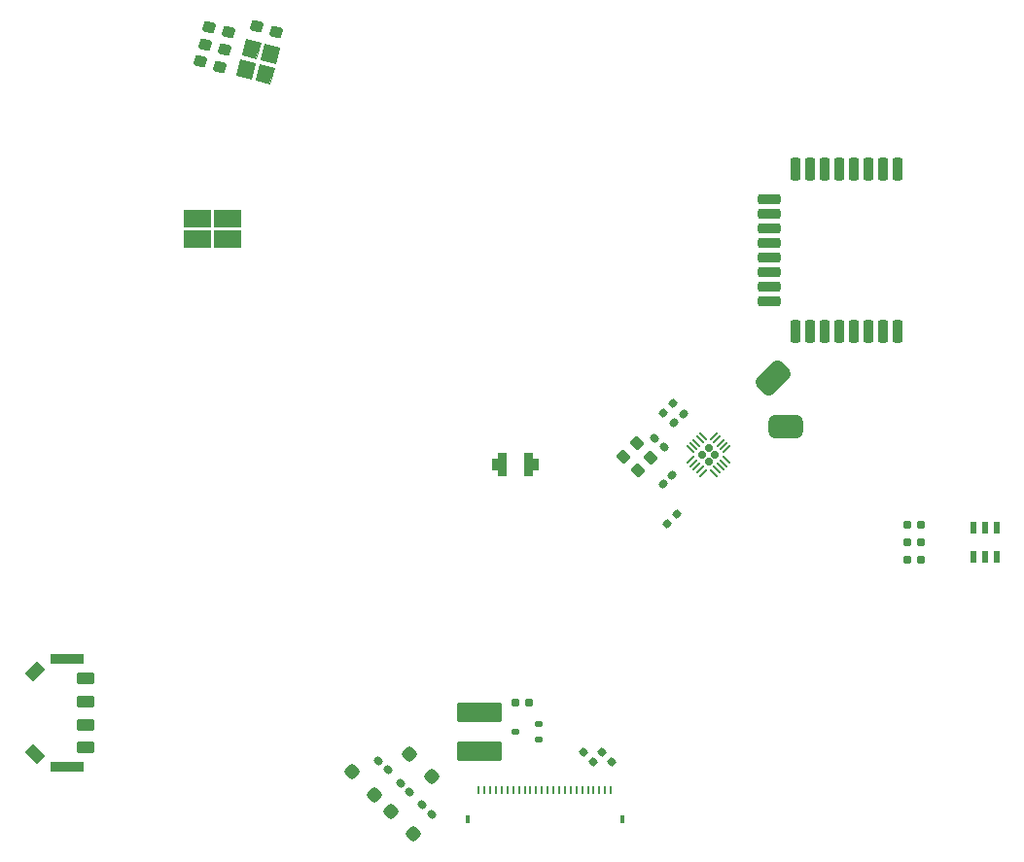
<source format=gbr>
%TF.GenerationSoftware,KiCad,Pcbnew,8.0.6-hq-2-g3d73d9976a*%
%TF.CreationDate,2024-12-23T23:06:41+08:00*%
%TF.ProjectId,DemoBoard_SensorForTemp&Rh_IntegratedWithMCU,44656d6f-426f-4617-9264-5f53656e736f,rev?*%
%TF.SameCoordinates,Original*%
%TF.FileFunction,Paste,Top*%
%TF.FilePolarity,Positive*%
%FSLAX46Y46*%
G04 Gerber Fmt 4.6, Leading zero omitted, Abs format (unit mm)*
G04 Created by KiCad (PCBNEW 8.0.6-hq-2-g3d73d9976a) date 2024-12-23 23:06:41*
%MOMM*%
%LPD*%
G01*
G04 APERTURE LIST*
G04 Aperture macros list*
%AMRoundRect*
0 Rectangle with rounded corners*
0 $1 Rounding radius*
0 $2 $3 $4 $5 $6 $7 $8 $9 X,Y pos of 4 corners*
0 Add a 4 corners polygon primitive as box body*
4,1,4,$2,$3,$4,$5,$6,$7,$8,$9,$2,$3,0*
0 Add four circle primitives for the rounded corners*
1,1,$1+$1,$2,$3*
1,1,$1+$1,$4,$5*
1,1,$1+$1,$6,$7*
1,1,$1+$1,$8,$9*
0 Add four rect primitives between the rounded corners*
20,1,$1+$1,$2,$3,$4,$5,0*
20,1,$1+$1,$4,$5,$6,$7,0*
20,1,$1+$1,$6,$7,$8,$9,0*
20,1,$1+$1,$8,$9,$2,$3,0*%
%AMRotRect*
0 Rectangle, with rotation*
0 The origin of the aperture is its center*
0 $1 length*
0 $2 width*
0 $3 Rotation angle, in degrees counterclockwise*
0 Add horizontal line*
21,1,$1,$2,0,0,$3*%
%AMFreePoly0*
4,1,21,0.335355,1.035355,0.350000,1.000000,0.350000,-1.000000,0.335355,-1.035355,0.300000,-1.050000,-0.400000,-1.050000,-0.435355,-1.035355,-0.450000,-1.000000,-0.450000,-0.550000,-0.900000,-0.550000,-0.935355,-0.535355,-0.950000,-0.500000,-0.950000,0.500000,-0.935355,0.535355,-0.900000,0.550000,-0.450000,0.550000,-0.450000,1.000000,-0.435355,1.035355,-0.400000,1.050000,0.300000,1.050000,
0.335355,1.035355,0.335355,1.035355,$1*%
G04 Aperture macros list end*
%ADD10C,0.100000*%
%ADD11RoundRect,0.155000X0.212500X0.155000X-0.212500X0.155000X-0.212500X-0.155000X0.212500X-0.155000X0*%
%ADD12RoundRect,0.155000X0.040659X0.259862X-0.259862X-0.040659X-0.040659X-0.259862X0.259862X0.040659X0*%
%ADD13RoundRect,0.237500X0.371231X-0.035355X-0.035355X0.371231X-0.371231X0.035355X0.035355X-0.371231X0*%
%ADD14RoundRect,0.155000X0.259862X-0.040659X-0.040659X0.259862X-0.259862X0.040659X0.040659X-0.259862X0*%
%ADD15RoundRect,0.108108X-1.116892X0.691892X-1.116892X-0.691892X1.116892X-0.691892X1.116892X0.691892X0*%
%ADD16RoundRect,0.155000X-0.259862X0.040659X0.040659X-0.259862X0.259862X-0.040659X-0.040659X0.259862X0*%
%ADD17RoundRect,0.112500X0.237500X-0.112500X0.237500X0.112500X-0.237500X0.112500X-0.237500X-0.112500X0*%
%ADD18RoundRect,0.250000X-0.424264X0.000000X0.000000X-0.424264X0.424264X0.000000X0.000000X0.424264X0*%
%ADD19RoundRect,0.160000X-0.197500X-0.160000X0.197500X-0.160000X0.197500X0.160000X-0.197500X0.160000X0*%
%ADD20RoundRect,0.160000X-0.026517X-0.252791X0.252791X0.026517X0.026517X0.252791X-0.252791X-0.026517X0*%
%ADD21RoundRect,0.197727X-1.752273X0.672273X-1.752273X-0.672273X1.752273X-0.672273X1.752273X0.672273X0*%
%ADD22RoundRect,0.500000X-0.353553X-1.060660X1.060660X0.353553X0.353553X1.060660X-1.060660X-0.353553X0*%
%ADD23RoundRect,0.237500X0.339173X0.154997X-0.216234X0.303818X-0.339173X-0.154997X0.216234X-0.303818X0*%
%ADD24RoundRect,0.160000X-0.252791X0.026517X0.026517X-0.252791X0.252791X-0.026517X-0.026517X0.252791X0*%
%ADD25RoundRect,0.500000X-1.000000X-0.500000X1.000000X-0.500000X1.000000X0.500000X-1.000000X0.500000X0*%
%ADD26RoundRect,0.172500X-0.243952X0.000000X0.000000X-0.243952X0.243952X0.000000X0.000000X0.243952X0*%
%ADD27RoundRect,0.050000X-0.300520X0.229810X0.229810X-0.300520X0.300520X-0.229810X-0.229810X0.300520X0*%
%ADD28RoundRect,0.050000X-0.300520X-0.229810X-0.229810X-0.300520X0.300520X0.229810X0.229810X0.300520X0*%
%ADD29RoundRect,0.062500X0.062500X0.287500X-0.062500X0.287500X-0.062500X-0.287500X0.062500X-0.287500X0*%
%ADD30R,0.400000X0.800000*%
%ADD31R,3.000000X0.850000*%
%ADD32RotRect,1.500000X1.000000X135.000000*%
%ADD33RotRect,1.500000X1.000000X45.000000*%
%ADD34RoundRect,0.250000X0.550000X-0.250000X0.550000X0.250000X-0.550000X0.250000X-0.550000X-0.250000X0*%
%ADD35R,0.500000X1.100000*%
%ADD36RoundRect,0.212500X0.212500X-0.787500X0.212500X0.787500X-0.212500X0.787500X-0.212500X-0.787500X0*%
%ADD37RoundRect,0.212500X0.787500X0.212500X-0.787500X0.212500X-0.787500X-0.212500X0.787500X-0.212500X0*%
%ADD38RoundRect,0.212500X-0.212500X0.787500X-0.212500X-0.787500X0.212500X-0.787500X0.212500X0.787500X0*%
%ADD39FreePoly0,0.000000*%
%ADD40FreePoly0,180.000000*%
G04 APERTURE END LIST*
D10*
%TO.C,J1*%
X97958060Y-66181804D02*
X97595713Y-67534100D01*
X96340010Y-67197635D01*
X96702356Y-65845339D01*
X97958060Y-66181804D01*
G36*
X97958060Y-66181804D02*
G01*
X97595713Y-67534100D01*
X96340010Y-67197635D01*
X96702356Y-65845339D01*
X97958060Y-66181804D01*
G37*
X98423934Y-64443137D02*
X98061588Y-65795432D01*
X96805884Y-65458969D01*
X97168231Y-64106673D01*
X98423934Y-64443137D01*
G36*
X98423934Y-64443137D02*
G01*
X98061588Y-65795432D01*
X96805884Y-65458969D01*
X97168231Y-64106673D01*
X98423934Y-64443137D01*
G37*
X99600134Y-66621796D02*
X99237787Y-67974092D01*
X97982085Y-67637628D01*
X98344430Y-66285331D01*
X99600134Y-66621796D01*
G36*
X99600134Y-66621796D02*
G01*
X99237787Y-67974092D01*
X97982085Y-67637628D01*
X98344430Y-66285331D01*
X99600134Y-66621796D01*
G37*
X100066008Y-64883130D02*
X99703661Y-66235426D01*
X98447958Y-65898961D01*
X98810305Y-64546665D01*
X100066008Y-64883130D01*
G36*
X100066008Y-64883130D02*
G01*
X99703661Y-66235426D01*
X98447958Y-65898961D01*
X98810305Y-64546665D01*
X100066008Y-64883130D01*
G37*
%TD*%
D11*
%TO.C,C21*%
X121785000Y-121920000D03*
X120650000Y-121920000D03*
%TD*%
D12*
%TO.C,C11*%
X135255000Y-96774000D03*
X134452434Y-97576566D03*
%TD*%
D13*
%TO.C,C12*%
X132419318Y-100567718D03*
X131181882Y-99330282D03*
%TD*%
D14*
%TO.C,C13*%
X133548083Y-99689883D03*
X132745517Y-98887317D03*
%TD*%
D15*
%TO.C,J2*%
X95588600Y-79759400D03*
X92938600Y-79759400D03*
X95588600Y-81559400D03*
X92938600Y-81559400D03*
%TD*%
D16*
%TO.C,C19*%
X110629902Y-128915168D03*
X111432468Y-129717734D03*
%TD*%
D17*
%TO.C,Q1*%
X122666000Y-125110000D03*
X122666000Y-123810000D03*
X120666000Y-124460000D03*
%TD*%
D18*
%TO.C,D1*%
X109780101Y-131370102D03*
X111759999Y-133350000D03*
%TD*%
D16*
%TO.C,C18*%
X112528059Y-130849246D03*
X113330625Y-131651812D03*
%TD*%
D19*
%TO.C,R2*%
X154723500Y-106436000D03*
X155918500Y-106436000D03*
%TD*%
D20*
%TO.C,R4*%
X133533195Y-96699753D03*
X134378187Y-95854761D03*
%TD*%
D21*
%TO.C,L1*%
X117475000Y-122795000D03*
X117475000Y-126135000D03*
%TD*%
D19*
%TO.C,R1*%
X154723500Y-109484000D03*
X155918500Y-109484000D03*
%TD*%
D22*
%TO.C,URT*%
X143065500Y-93662500D03*
%TD*%
D23*
%TO.C,C5*%
X99807785Y-63486867D03*
X98117415Y-63033933D03*
%TD*%
D14*
%TO.C,C20*%
X109510693Y-127795959D03*
X108708127Y-126993393D03*
%TD*%
D18*
%TO.C,D2*%
X106363361Y-127953362D03*
X108343259Y-129933260D03*
%TD*%
D24*
%TO.C,R6*%
X128187008Y-126282008D03*
X129032000Y-127127000D03*
%TD*%
D12*
%TO.C,C15*%
X134264400Y-102082600D03*
X133461834Y-102885166D03*
%TD*%
D23*
%TO.C,C1*%
X95686000Y-63539800D03*
X93995630Y-63086866D03*
%TD*%
D18*
%TO.C,D3*%
X111358505Y-126374958D03*
X113338403Y-128354856D03*
%TD*%
D24*
%TO.C,R3*%
X126536008Y-126282008D03*
X127381000Y-127127000D03*
%TD*%
D23*
%TO.C,C4*%
X94873200Y-66537000D03*
X93182830Y-66084066D03*
%TD*%
D25*
%TO.C,URT*%
X144145000Y-97917000D03*
%TD*%
D23*
%TO.C,C2*%
X95279600Y-65038400D03*
X93589230Y-64585466D03*
%TD*%
D26*
%TO.C,U4*%
X137440051Y-99750172D03*
X136860223Y-100330000D03*
X138019879Y-100330000D03*
X137440051Y-100909828D03*
D27*
X136980432Y-98739010D03*
X136697589Y-99021852D03*
X136414746Y-99304695D03*
X136131903Y-99587538D03*
X135849061Y-99870381D03*
D28*
X135849061Y-100789619D03*
X136131903Y-101072462D03*
X136414746Y-101355305D03*
X136697589Y-101638148D03*
X136980432Y-101920990D03*
D27*
X137899670Y-101920990D03*
X138182513Y-101638148D03*
X138465356Y-101355305D03*
X138748199Y-101072462D03*
X139031041Y-100789619D03*
D28*
X139031041Y-99870381D03*
X138748199Y-99587538D03*
X138465356Y-99304695D03*
X138182513Y-99021852D03*
X137899670Y-98739010D03*
%TD*%
D29*
%TO.C,J3*%
X128940000Y-129526000D03*
X128440000Y-129526000D03*
X127940000Y-129526000D03*
X127440000Y-129526000D03*
X126940000Y-129526000D03*
X126440000Y-129526000D03*
X125940000Y-129526000D03*
X125440000Y-129526000D03*
X124940000Y-129526000D03*
X124440000Y-129526000D03*
X123940000Y-129526000D03*
X123440000Y-129526000D03*
X122940000Y-129526000D03*
X122440000Y-129526000D03*
X121940000Y-129526000D03*
X121440000Y-129526000D03*
X120940000Y-129526000D03*
X120440000Y-129526000D03*
X119940000Y-129526000D03*
X119440000Y-129526000D03*
X118940000Y-129526000D03*
X118440000Y-129526000D03*
X117940000Y-129526000D03*
X117440000Y-129526000D03*
D30*
X129940000Y-132126000D03*
X116440000Y-132126000D03*
%TD*%
D20*
%TO.C,R5*%
X133838508Y-106318492D03*
X134683500Y-105473500D03*
%TD*%
D31*
%TO.C,REF\u002A\u002A*%
X81580100Y-127509400D03*
D32*
X78780100Y-126434400D03*
D33*
X78780100Y-119234400D03*
D31*
X81580100Y-118159400D03*
D34*
X83180100Y-125834400D03*
X83180100Y-123834400D03*
X83180100Y-121834400D03*
X83180100Y-119834400D03*
%TD*%
D13*
%TO.C,C14*%
X131301718Y-101710718D03*
X130064282Y-100473282D03*
%TD*%
D35*
%TO.C,U3*%
X162544000Y-106710000D03*
X161544000Y-106710000D03*
X160544000Y-106710000D03*
X160544000Y-109210000D03*
X161544000Y-109210000D03*
X162544000Y-109210000D03*
%TD*%
D36*
%TO.C,U2*%
X153915190Y-75480200D03*
X152645190Y-75480200D03*
X151375190Y-75480200D03*
X150105190Y-75480200D03*
X148835190Y-75480200D03*
X147565190Y-75480200D03*
X146295190Y-75480200D03*
X145025190Y-75480200D03*
D37*
X142756810Y-78105000D03*
X142756810Y-79375000D03*
X142756810Y-80645000D03*
X142756810Y-81915000D03*
X142756810Y-83185000D03*
X142756810Y-84455000D03*
X142756810Y-85725000D03*
X142756810Y-86995000D03*
D38*
X145025190Y-89619800D03*
X146295190Y-89619800D03*
X147565190Y-89619800D03*
X148835190Y-89619800D03*
X150105190Y-89619800D03*
X151375190Y-89619800D03*
X152645190Y-89619800D03*
X153915190Y-89619800D03*
%TD*%
D19*
%TO.C,R7*%
X154723500Y-107960000D03*
X155918500Y-107960000D03*
%TD*%
D39*
%TO.C,VCC*%
X119550000Y-101219000D03*
D40*
X121750000Y-101219000D03*
%TD*%
M02*

</source>
